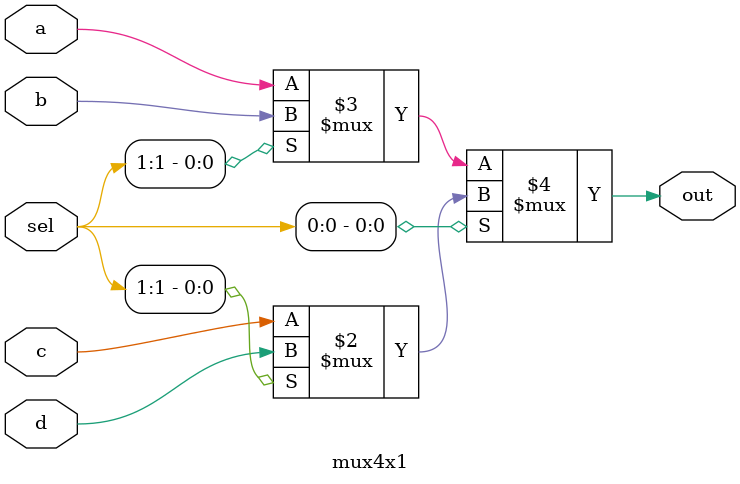
<source format=sv>
module mux4x1(a,b,c,d,out,sel);
  input a,b,c,d;
  input [1:0]sel;
  output out;
  reg out;
  
  always@(sel)
  begin
    out = sel[0]?(sel[1]?d:c):(sel[1]?b:a);
  end
endmodule
</source>
